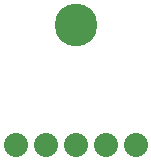
<source format=gbr>
G04 EAGLE Gerber RS-274X export*
G75*
%MOMM*%
%FSLAX34Y34*%
%LPD*%
%INSoldermask Bottom*%
%IPPOS*%
%AMOC8*
5,1,8,0,0,1.08239X$1,22.5*%
G01*
%ADD10C,2.032000*%
%ADD11C,3.617600*%


D10*
X19050Y25400D03*
X44450Y25400D03*
X69850Y25400D03*
X95250Y25400D03*
X120650Y25400D03*
D11*
X69850Y127000D03*
M02*

</source>
